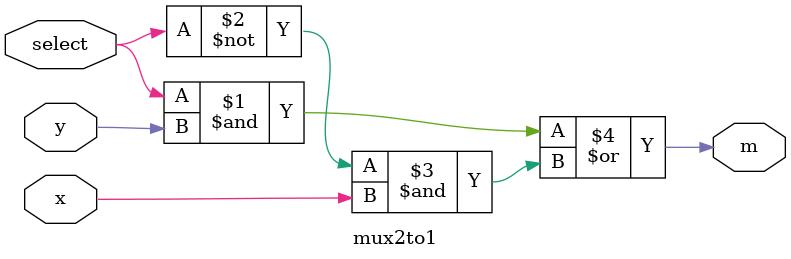
<source format=v>

`timescale 1ns / 1ns // `timescale time_unit/time_precision

module mux2to1(
	input x, 
	input y, 
	input select, 
	output m
	);
  
    assign m = select & y | ~select & x;
endmodule

</source>
